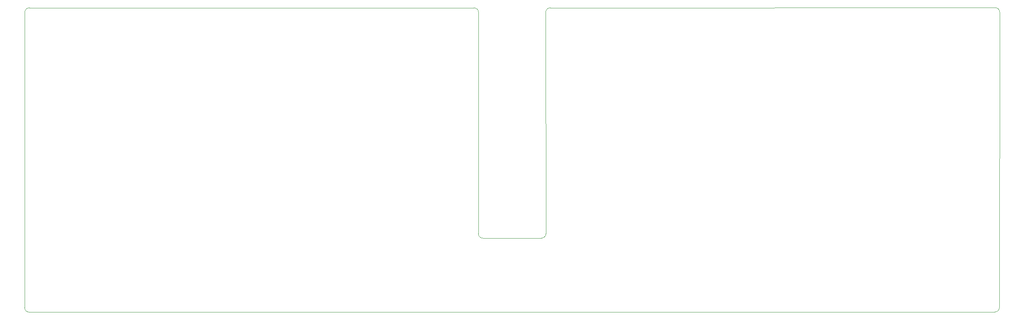
<source format=gbr>
G04 #@! TF.GenerationSoftware,KiCad,Pcbnew,(6.0.4-0)*
G04 #@! TF.CreationDate,2022-07-23T18:47:03-05:00*
G04 #@! TF.ProjectId,keezyboost40,6b65657a-7962-46f6-9f73-7434302e6b69,rev?*
G04 #@! TF.SameCoordinates,Original*
G04 #@! TF.FileFunction,Profile,NP*
%FSLAX46Y46*%
G04 Gerber Fmt 4.6, Leading zero omitted, Abs format (unit mm)*
G04 Created by KiCad (PCBNEW (6.0.4-0)) date 2022-07-23 18:47:03*
%MOMM*%
%LPD*%
G01*
G04 APERTURE LIST*
G04 #@! TA.AperFunction,Profile*
%ADD10C,0.100000*%
G04 #@! TD*
G04 APERTURE END LIST*
D10*
X127542893Y-63999993D02*
G75*
G03*
X128542893Y-63000000I7J999993D01*
G01*
X112500000Y-12500000D02*
X13250000Y-12500000D01*
X127542893Y-64000000D02*
X114457107Y-64000000D01*
X13250000Y-12500000D02*
G75*
G03*
X12250000Y-13500000I0J-1000000D01*
G01*
X12250000Y-13500000D02*
X12207107Y-79542893D01*
X113500000Y-13500000D02*
G75*
G03*
X112500000Y-12500000I-1000000J0D01*
G01*
X228750000Y-80500000D02*
G75*
G03*
X229750000Y-79500000I0J1000000D01*
G01*
X113457107Y-63000000D02*
X113500000Y-13500000D01*
X13207107Y-80542893D02*
X228750000Y-80500000D01*
X229792893Y-13457107D02*
G75*
G03*
X228792893Y-12457107I-999993J7D01*
G01*
X129500000Y-12500000D02*
G75*
G03*
X128500000Y-13500000I0J-1000000D01*
G01*
X12207107Y-79542893D02*
G75*
G03*
X13207107Y-80542893I999993J-7D01*
G01*
X113457100Y-63000000D02*
G75*
G03*
X114457107Y-64000000I1000000J0D01*
G01*
X129500000Y-12500000D02*
X228792893Y-12457107D01*
X128500000Y-13500000D02*
X128542893Y-63000000D01*
X229750000Y-79500000D02*
X229792893Y-13457107D01*
M02*

</source>
